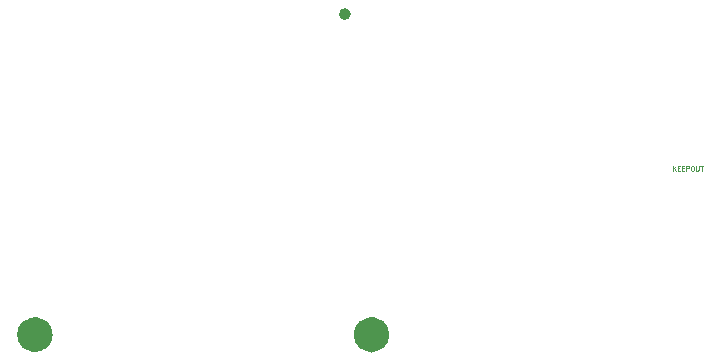
<source format=gbr>
%TF.GenerationSoftware,KiCad,Pcbnew,8.0.1*%
%TF.CreationDate,2024-05-07T15:17:13+02:00*%
%TF.ProjectId,WCH-Eth-Base,5743482d-4574-4682-9d42-6173652e6b69,rev?*%
%TF.SameCoordinates,Original*%
%TF.FileFunction,Other,Comment*%
%FSLAX46Y46*%
G04 Gerber Fmt 4.6, Leading zero omitted, Abs format (unit mm)*
G04 Created by KiCad (PCBNEW 8.0.1) date 2024-05-07 15:17:13*
%MOMM*%
%LPD*%
G01*
G04 APERTURE LIST*
%ADD10C,0.070000*%
%ADD11C,1.500000*%
%ADD12C,0.500000*%
G04 APERTURE END LIST*
D10*
X60788704Y16633393D02*
X60788704Y17033393D01*
X61017275Y16633393D02*
X60845846Y16861964D01*
X61017275Y17033393D02*
X60788704Y16804821D01*
X61188704Y16842917D02*
X61322037Y16842917D01*
X61379180Y16633393D02*
X61188704Y16633393D01*
X61188704Y16633393D02*
X61188704Y17033393D01*
X61188704Y17033393D02*
X61379180Y17033393D01*
X61550609Y16842917D02*
X61683942Y16842917D01*
X61741085Y16633393D02*
X61550609Y16633393D01*
X61550609Y16633393D02*
X61550609Y17033393D01*
X61550609Y17033393D02*
X61741085Y17033393D01*
X61912514Y16633393D02*
X61912514Y17033393D01*
X61912514Y17033393D02*
X62064895Y17033393D01*
X62064895Y17033393D02*
X62102990Y17014345D01*
X62102990Y17014345D02*
X62122037Y16995298D01*
X62122037Y16995298D02*
X62141085Y16957202D01*
X62141085Y16957202D02*
X62141085Y16900060D01*
X62141085Y16900060D02*
X62122037Y16861964D01*
X62122037Y16861964D02*
X62102990Y16842917D01*
X62102990Y16842917D02*
X62064895Y16823869D01*
X62064895Y16823869D02*
X61912514Y16823869D01*
X62388704Y17033393D02*
X62464895Y17033393D01*
X62464895Y17033393D02*
X62502990Y17014345D01*
X62502990Y17014345D02*
X62541085Y16976250D01*
X62541085Y16976250D02*
X62560133Y16900060D01*
X62560133Y16900060D02*
X62560133Y16766726D01*
X62560133Y16766726D02*
X62541085Y16690536D01*
X62541085Y16690536D02*
X62502990Y16652440D01*
X62502990Y16652440D02*
X62464895Y16633393D01*
X62464895Y16633393D02*
X62388704Y16633393D01*
X62388704Y16633393D02*
X62350609Y16652440D01*
X62350609Y16652440D02*
X62312514Y16690536D01*
X62312514Y16690536D02*
X62293466Y16766726D01*
X62293466Y16766726D02*
X62293466Y16900060D01*
X62293466Y16900060D02*
X62312514Y16976250D01*
X62312514Y16976250D02*
X62350609Y17014345D01*
X62350609Y17014345D02*
X62388704Y17033393D01*
X62731562Y17033393D02*
X62731562Y16709583D01*
X62731562Y16709583D02*
X62750609Y16671488D01*
X62750609Y16671488D02*
X62769657Y16652440D01*
X62769657Y16652440D02*
X62807752Y16633393D01*
X62807752Y16633393D02*
X62883943Y16633393D01*
X62883943Y16633393D02*
X62922038Y16652440D01*
X62922038Y16652440D02*
X62941085Y16671488D01*
X62941085Y16671488D02*
X62960133Y16709583D01*
X62960133Y16709583D02*
X62960133Y17033393D01*
X63093467Y17033393D02*
X63322038Y17033393D01*
X63207752Y16633393D02*
X63207752Y17033393D01*
D11*
%TO.C,RJ1*%
X7505800Y2752800D02*
G75*
G02*
X6005800Y2752800I-750000J0D01*
G01*
X6005800Y2752800D02*
G75*
G02*
X7505800Y2752800I750000J0D01*
G01*
X36005800Y2752800D02*
G75*
G02*
X34505800Y2752800I-750000J0D01*
G01*
X34505800Y2752800D02*
G75*
G02*
X36005800Y2752800I750000J0D01*
G01*
D12*
%TO.C,L2*%
X33247400Y29892400D02*
G75*
G02*
X32747400Y29892400I-250000J0D01*
G01*
X32747400Y29892400D02*
G75*
G02*
X33247400Y29892400I250000J0D01*
G01*
%TD*%
M02*

</source>
